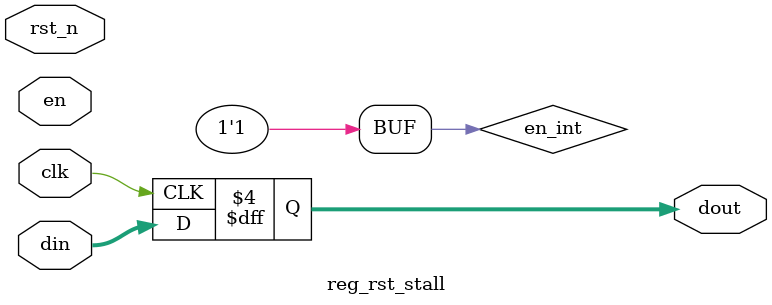
<source format=v>



module reg_rst_stall # (
			parameter   stall_mode = 0,
			            rst_mode   = 0,
			            data_wid   = 32,
			            rst_val    = 0
		       )
		       (
			input                       rst_n,
			input                       clk,
			input   [data_wid-1:0]      din,
			input                       en,
			output  reg [data_wid-1:0]  dout
		       );


  wire		en_int;

generate if (stall_mode == 1)
    assign en_int = en;
  else
    assign en_int = 1'b1;
endgenerate


generate
  case(rst_mode)
    1: begin:ar
      always @ (posedge clk or negedge rst_n)
	begin
	  if(~rst_n)
	    dout <= rst_val;
	  else if (en_int)
	    dout <= din;
	end
    end

    2: begin:sr
      always @ (posedge clk)
	begin
	  if(~rst_n)
	    dout <= rst_val;
	  else if (en_int)
	    dout <= din;
	end
    end

    default: begin:nr		// use default for rst_mode = 0
      always @ (posedge clk)
	begin
	  if(en_int)
	    dout <= din;
	end
    end
  endcase
endgenerate

endmodule

</source>
